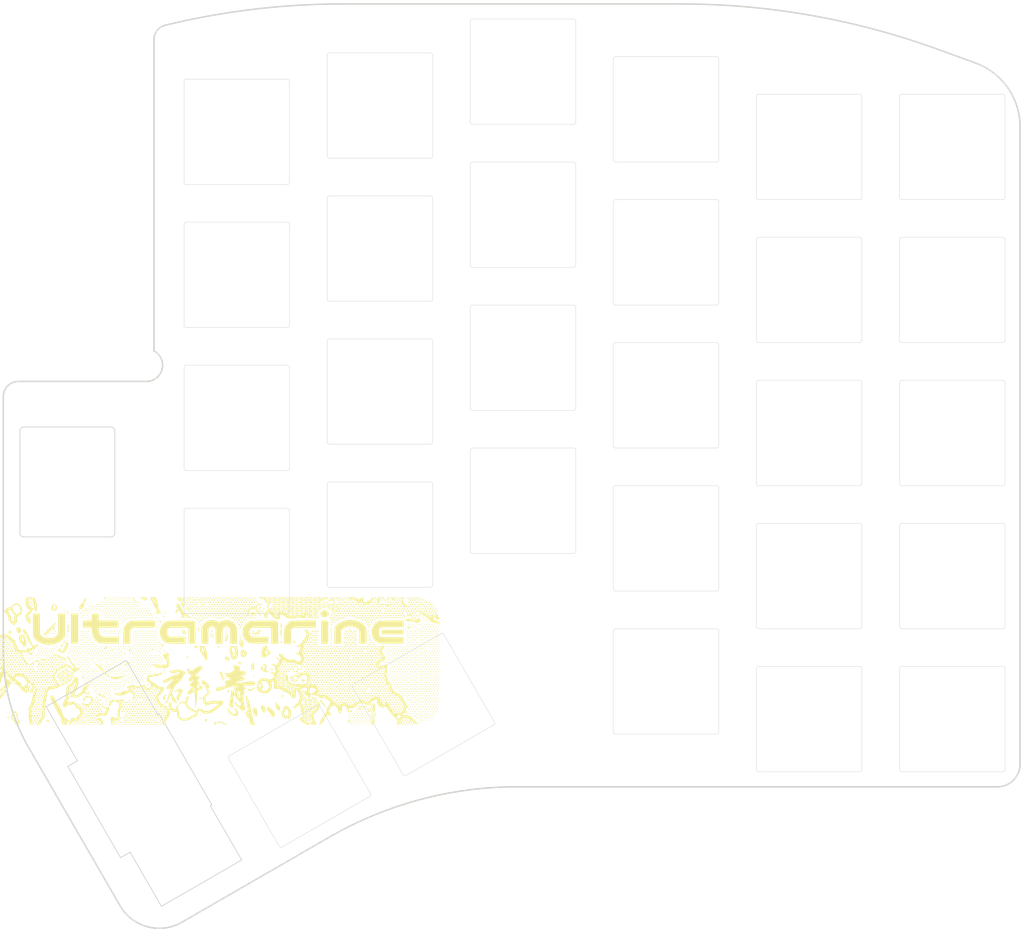
<source format=kicad_pcb>
(kicad_pcb (version 20221018) (generator pcbnew)
  (layers (0 "F.Cu" signal) (31 "B.Cu" signal) (34 "B.Paste" user) (35 "F.Paste" user) (36 "B.SilkS" user "B.Silkscreen") (37 "F.SilkS" user "F.Silkscreen") (38 "B.Mask" user) (39 "F.Mask" user) (44 "Edge.Cuts" user))
  (net 0 "")
  (footprint "Ultramarine-2:MX_TopPlate" (layer "F.Cu") (at 174 52)
    (fp_text reference "REF**" hide)
    (fp_text value "MX_TopPlate" hide)
    (fp_line (start -7 6.7) (end -7 -6.7) (stroke (width 0.05)) (layer "Edge.Cuts"))
    (fp_line (start -6.7 -7) (end 6.7 -7) (stroke (width 0.05)) (layer "Edge.Cuts"))
    (fp_line (start 6.7 7) (end -6.7 7) (stroke (width 0.05)) (layer "Edge.Cuts"))
    (fp_line (start 7 -6.7) (end 7 6.7) (stroke (width 0.05)) (layer "Edge.Cuts"))
    (fp_arc (start -7 -6.7) (mid -6.912132 -6.912132) (end -6.7 -7) (stroke (width 0.05)) (layer "Edge.Cuts"))
    (fp_arc (start -6.7 7) (mid -6.912132 6.912132) (end -7 6.7) (stroke (width 0.05)) (layer "Edge.Cuts"))
    (fp_arc (start 6.7 -7) (mid 6.912132 -6.912132) (end 7 -6.7) (stroke (width 0.05)) (layer "Edge.Cuts"))
    (fp_arc (start 7 6.7) (mid 6.912132 6.912132) (end 6.7 7) (stroke (width 0.05)) (layer "Edge.Cuts"))
  )
  (footprint "Ultramarine-2:MX_TopPlate" (layer "F.Cu") (at 212 57)
    (fp_text reference "REF**" hide)
    (fp_text value "MX_TopPlate" hide)
    (fp_line (start -7 6.7) (end -7 -6.7) (stroke (width 0.05)) (layer "Edge.Cuts"))
    (fp_line (start -6.7 -7) (end 6.7 -7) (stroke (width 0.05)) (layer "Edge.Cuts"))
    (fp_line (start 6.7 7) (end -6.7 7) (stroke (width 0.05)) (layer "Edge.Cuts"))
    (fp_line (start 7 -6.7) (end 7 6.7) (stroke (width 0.05)) (layer "Edge.Cuts"))
    (fp_arc (start -7 -6.7) (mid -6.912132 -6.912132) (end -6.7 -7) (stroke (width 0.05)) (layer "Edge.Cuts"))
    (fp_arc (start -6.7 7) (mid -6.912132 6.912132) (end -7 6.7) (stroke (width 0.05)) (layer "Edge.Cuts"))
    (fp_arc (start 6.7 -7) (mid 6.912132 -6.912132) (end 7 -6.7) (stroke (width 0.05)) (layer "Edge.Cuts"))
    (fp_arc (start 7 6.7) (mid 6.912132 6.912132) (end 6.7 7) (stroke (width 0.05)) (layer "Edge.Cuts"))
  )
  (footprint "Ultramarine-2:MX_TopPlate" (layer "F.Cu") (at 212 114)
    (fp_text reference "REF**" hide)
    (fp_text value "MX_TopPlate" hide)
    (fp_line (start -7 6.7) (end -7 -6.7) (stroke (width 0.05)) (layer "Edge.Cuts"))
    (fp_line (start -6.7 -7) (end 6.7 -7) (stroke (width 0.05)) (layer "Edge.Cuts"))
    (fp_line (start 6.7 7) (end -6.7 7) (stroke (width 0.05)) (layer "Edge.Cuts"))
    (fp_line (start 7 -6.7) (end 7 6.7) (stroke (width 0.05)) (layer "Edge.Cuts"))
    (fp_arc (start -7 -6.7) (mid -6.912132 -6.912132) (end -6.7 -7) (stroke (width 0.05)) (layer "Edge.Cuts"))
    (fp_arc (start -6.7 7) (mid -6.912132 6.912132) (end -7 6.7) (stroke (width 0.05)) (layer "Edge.Cuts"))
    (fp_arc (start 6.7 -7) (mid 6.912132 -6.912132) (end 7 -6.7) (stroke (width 0.05)) (layer "Edge.Cuts"))
    (fp_arc (start 7 6.7) (mid 6.912132 6.912132) (end 6.7 7) (stroke (width 0.05)) (layer "Edge.Cuts"))
  )
  (footprint "Ultramarine-2:MX_TopPlate" (layer "F.Cu") (at 136 70.5)
    (fp_text reference "REF**" hide)
    (fp_text value "MX_TopPlate" hide)
    (fp_line (start -7 6.7) (end -7 -6.7) (stroke (width 0.05)) (layer "Edge.Cuts"))
    (fp_line (start -6.7 -7) (end 6.7 -7) (stroke (width 0.05)) (layer "Edge.Cuts"))
    (fp_line (start 6.7 7) (end -6.7 7) (stroke (width 0.05)) (layer "Edge.Cuts"))
    (fp_line (start 7 -6.7) (end 7 6.7) (stroke (width 0.05)) (layer "Edge.Cuts"))
    (fp_arc (start -7 -6.7) (mid -6.912132 -6.912132) (end -6.7 -7) (stroke (width 0.05)) (layer "Edge.Cuts"))
    (fp_arc (start -6.7 7) (mid -6.912132 6.912132) (end -7 6.7) (stroke (width 0.05)) (layer "Edge.Cuts"))
    (fp_arc (start 6.7 -7) (mid 6.912132 -6.912132) (end 7 -6.7) (stroke (width 0.05)) (layer "Edge.Cuts"))
    (fp_arc (start 7 6.7) (mid 6.912132 6.912132) (end 6.7 7) (stroke (width 0.05)) (layer "Edge.Cuts"))
  )
  (footprint "Ultramarine-2:MX_TopPlate" (layer "F.Cu") (at 212 95)
    (fp_text reference "REF**" hide)
    (fp_text value "MX_TopPlate" hide)
    (fp_line (start -7 6.7) (end -7 -6.7) (stroke (width 0.05)) (layer "Edge.Cuts"))
    (fp_line (start -6.7 -7) (end 6.7 -7) (stroke (width 0.05)) (layer "Edge.Cuts"))
    (fp_line (start 6.7 7) (end -6.7 7) (stroke (width 0.05)) (layer "Edge.Cuts"))
    (fp_line (start 7 -6.7) (end 7 6.7) (stroke (width 0.05)) (layer "Edge.Cuts"))
    (fp_arc (start -7 -6.7) (mid -6.912132 -6.912132) (end -6.7 -7) (stroke (width 0.05)) (layer "Edge.Cuts"))
    (fp_arc (start -6.7 7) (mid -6.912132 6.912132) (end -7 6.7) (stroke (width 0.05)) (layer "Edge.Cuts"))
    (fp_arc (start 6.7 -7) (mid 6.912132 -6.912132) (end 7 -6.7) (stroke (width 0.05)) (layer "Edge.Cuts"))
    (fp_arc (start 7 6.7) (mid 6.912132 6.912132) (end 6.7 7) (stroke (width 0.05)) (layer "Edge.Cuts"))
  )
  (footprint "Ultramarine-2:MX_TopPlate" (layer "F.Cu") (at 193 133)
    (fp_text reference "REF**" hide)
    (fp_text value "MX_TopPlate" hide)
    (fp_line (start -7 6.7) (end -7 -6.7) (stroke (width 0.05)) (layer "Edge.Cuts"))
    (fp_line (start -6.7 -7) (end 6.7 -7) (stroke (width 0.05)) (layer "Edge.Cuts"))
    (fp_line (start 6.7 7) (end -6.7 7) (stroke (width 0.05)) (layer "Edge.Cuts"))
    (fp_line (start 7 -6.7) (end 7 6.7) (stroke (width 0.05)) (layer "Edge.Cuts"))
    (fp_arc (start -7 -6.7) (mid -6.912132 -6.912132) (end -6.7 -7) (stroke (width 0.05)) (layer "Edge.Cuts"))
    (fp_arc (start -6.7 7) (mid -6.912132 6.912132) (end -7 6.7) (stroke (width 0.05)) (layer "Edge.Cuts"))
    (fp_arc (start 6.7 -7) (mid 6.912132 -6.912132) (end 7 -6.7) (stroke (width 0.05)) (layer "Edge.Cuts"))
    (fp_arc (start 7 6.7) (mid 6.912132 6.912132) (end 6.7 7) (stroke (width 0.05)) (layer "Edge.Cuts"))
  )
  (footprint "MountingHole:MountingHole_2.2mm_M2" (layer "F.Cu") (at 126.5 100.25)
    (fp_text reference "REF**" hide)
    (fp_text value "MountingHole_2.2mm_M2" hide)
    (pad "" np_thru_hole circle (at 0 0) (size 2.2 2.2) (drill 2.2) (layers "F&B.Cu" "*.Mask"))
  )
  (footprint "Ultramarine-2:MX_TopPlate" (layer "F.Cu") (at 212 76)
    (fp_text reference "REF**" hide)
    (fp_text value "MX_TopPlate" hide)
    (fp_line (start -7 6.7) (end -7 -6.7) (stroke (width 0.05)) (layer "Edge.Cuts"))
    (fp_line (start -6.7 -7) (end 6.7 -7) (stroke (width 0.05)) (layer "Edge.Cuts"))
    (fp_line (start 6.7 7) (end -6.7 7) (stroke (width 0.05)) (layer "Edge.Cuts"))
    (fp_line (start 7 -6.7) (end 7 6.7) (stroke (width 0.05)) (layer "Edge.Cuts"))
    (fp_arc (start -7 -6.7) (mid -6.912132 -6.912132) (end -6.7 -7) (stroke (width 0.05)) (layer "Edge.Cuts"))
    (fp_arc (start -6.7 7) (mid -6.912132 6.912132) (end -7 6.7) (stroke (width 0.05)) (layer "Edge.Cuts"))
    (fp_arc (start 6.7 -7) (mid 6.912132 -6.912132) (end 7 -6.7) (stroke (width 0.05)) (layer "Edge.Cuts"))
    (fp_arc (start 7 6.7) (mid 6.912132 6.912132) (end 6.7 7) (stroke (width 0.05)) (layer "Edge.Cuts"))
  )
  (footprint "MountingHole:MountingHole_2.2mm_M2" (layer "F.Cu") (at 126.5 62)
    (fp_text reference "REF**" hide)
    (fp_text value "MountingHole_2.2mm_M2" hide)
    (pad "" np_thru_hole circle (at 0 0) (size 2.2 2.2) (drill 2.2) (layers "F&B.Cu" "*.Mask"))
  )
  (footprint "Ultramarine-2:MX_TopPlate" (layer "F.Cu") (at 136 108.5)
    (fp_text reference "REF**" hide)
    (fp_text value "MX_TopPlate" hide)
    (fp_line (start -7 6.7) (end -7 -6.7) (stroke (width 0.05)) (layer "Edge.Cuts"))
    (fp_line (start -6.7 -7) (end 6.7 -7) (stroke (width 0.05)) (layer "Edge.Cuts"))
    (fp_line (start 6.7 7) (end -6.7 7) (stroke (width 0.05)) (layer "Edge.Cuts"))
    (fp_line (start 7 -6.7) (end 7 6.7) (stroke (width 0.05)) (layer "Edge.Cuts"))
    (fp_arc (start -7 -6.7) (mid -6.912132 -6.912132) (end -6.7 -7) (stroke (width 0.05)) (layer "Edge.Cuts"))
    (fp_arc (start -6.7 7) (mid -6.912132 6.912132) (end -7 6.7) (stroke (width 0.05)) (layer "Edge.Cuts"))
    (fp_arc (start 6.7 -7) (mid 6.912132 -6.912132) (end 7 -6.7) (stroke (width 0.05)) (layer "Edge.Cuts"))
    (fp_arc (start 7 6.7) (mid 6.912132 6.912132) (end 6.7 7) (stroke (width 0.05)) (layer "Edge.Cuts"))
  )
  (footprint "Ultramarine-2:MX_TopPlate" (layer "F.Cu") (at 193 114)
    (fp_text reference "REF**" hide)
    (fp_text value "MX_TopPlate" hide)
    (fp_line (start -7 6.7) (end -7 -6.7) (stroke (width 0.05)) (layer "Edge.Cuts"))
    (fp_line (start -6.7 -7) (end 6.7 -7) (stroke (width 0.05)) (layer "Edge.Cuts"))
    (fp_line (start 6.7 7) (end -6.7 7) (stroke (width 0.05)) (layer "Edge.Cuts"))
    (fp_line (start 7 -6.7) (end 7 6.7) (stroke (width 0.05)) (layer "Edge.Cuts"))
    (fp_arc (start -7 -6.7) (mid -6.912132 -6.912132) (end -6.7 -7) (stroke (width 0.05)) (layer "Edge.Cuts"))
    (fp_arc (start -6.7 7) (mid -6.912132 6.912132) (end -7 6.7) (stroke (width 0.05)) (layer "Edge.Cuts"))
    (fp_arc (start 6.7 -7) (mid 6.912132 -6.912132) (end 7 -6.7) (stroke (width 0.05)) (layer "Edge.Cuts"))
    (fp_arc (start 7 6.7) (mid 6.912132 6.912132) (end 6.7 7) (stroke (width 0.05)) (layer "Edge.Cuts"))
  )
  (footprint "Ultramarine-2:MX_TopPlate" (layer "F.Cu") (at 174 109)
    (fp_text reference "REF**" hide)
    (fp_text value "MX_TopPlate" hide)
    (fp_line (start -7 6.7) (end -7 -6.7) (stroke (width 0.05)) (layer "Edge.Cuts"))
    (fp_line (start -6.7 -7) (end 6.7 -7) (stroke (width 0.05)) (layer "Edge.Cuts"))
    (fp_line (start 6.7 7) (end -6.7 7) (stroke (width 0.05)) (layer "Edge.Cuts"))
    (fp_line (start 7 -6.7) (end 7 6.7) (stroke (width 0.05)) (layer "Edge.Cuts"))
    (fp_arc (start -7 -6.7) (mid -6.912132 -6.912132) (end -6.7 -7) (stroke (width 0.05)) (layer "Edge.Cuts"))
    (fp_arc (start -6.7 7) (mid -6.912132 6.912132) (end -7 6.7) (stroke (width 0.05)) (layer "Edge.Cuts"))
    (fp_arc (start 6.7 -7) (mid 6.912132 -6.912132) (end 7 -6.7) (stroke (width 0.05)) (layer "Edge.Cuts"))
    (fp_arc (start 7 6.7) (mid 6.912132 6.912132) (end 6.7 7) (stroke (width 0.05)) (layer "Edge.Cuts"))
  )
  (footprint "Ultramarine-2:MX_TopPlate" (layer "F.Cu") (at 141.786 131.081 30)
    (fp_text reference "REF**" hide)
    (fp_text value "MX_TopPlate" hide)
    (fp_line (start -7 6.7) (end -7 -6.7) (stroke (width 0.05)) (layer "Edge.Cuts"))
    (fp_line (start -6.7 -7) (end 6.7 -7) (stroke (width 0.05)) (layer "Edge.Cuts"))
    (fp_line (start 6.7 7) (end -6.7 7) (stroke (width 0.05)) (layer "Edge.Cuts"))
    (fp_line (start 7 -6.7) (end 7 6.7) (stroke (width 0.05)) (layer "Edge.Cuts"))
    (fp_arc (start -7 -6.7) (mid -6.912132 -6.912132) (end -6.7 -7) (stroke (width 0.05)) (layer "Edge.Cuts"))
    (fp_arc (start -6.7 7) (mid -6.912132 6.912132) (end -7 6.7) (stroke (width 0.05)) (layer "Edge.Cuts"))
    (fp_arc (start 6.7 -7) (mid 6.912132 -6.912132) (end 7 -6.7) (stroke (width 0.05)) (layer "Edge.Cuts"))
    (fp_arc (start 7 6.7) (mid 6.912132 6.912132) (end 6.7 7) (stroke (width 0.05)) (layer "Edge.Cuts"))
  )
  (footprint "Ultramarine-2:MX_TopPlate" (layer "F.Cu") (at 155 104)
    (fp_text reference "REF**" hide)
    (fp_text value "MX_TopPlate" hide)
    (fp_line (start -7 6.7) (end -7 -6.7) (stroke (width 0.05)) (layer "Edge.Cuts"))
    (fp_line (start -6.7 -7) (end 6.7 -7) (stroke (width 0.05)) (layer "Edge.Cuts"))
    (fp_line (start 6.7 7) (end -6.7 7) (stroke (width 0.05)) (layer "Edge.Cuts"))
    (fp_line (start 7 -6.7) (end 7 6.7) (stroke (width 0.05)) (layer "Edge.Cuts"))
    (fp_arc (start -7 -6.7) (mid -6.912132 -6.912132) (end -6.7 -7) (stroke (width 0.05)) (layer "Edge.Cuts"))
    (fp_arc (start -6.7 7) (mid -6.912132 6.912132) (end -7 6.7) (stroke (width 0.05)) (layer "Edge.Cuts"))
    (fp_arc (start 6.7 -7) (mid 6.912132 -6.912132) (end 7 -6.7) (stroke (width 0.05)) (layer "Edge.Cuts"))
    (fp_arc (start 7 6.7) (mid 6.912132 6.912132) (end 6.7 7) (stroke (width 0.05)) (layer "Edge.Cuts"))
  )
  (footprint "MountingHole:MountingHole_2.2mm_M2" (layer "F.Cu") (at 164.5 95.5)
    (fp_text reference "REF**" hide)
    (fp_text value "MountingHole_2.2mm_M2" hide)
    (pad "" np_thru_hole circle (at 0 0) (size 2.2 2.2) (drill 2.2) (layers "F&B.Cu" "*.Mask"))
  )
  (footprint "MountingHole:MountingHole_2.2mm_M2" (layer "F.Cu") (at 202.5 66.5)
    (fp_text reference "REF**" hide)
    (fp_text value "MountingHole_2.2mm_M2" hide)
    (pad "" np_thru_hole circle (at 0 0) (size 2.2 2.2) (drill 2.2) (layers "F&B.Cu" "*.Mask"))
  )
  (footprint "Ultramarine-2:MX_TopPlate" (layer "F.Cu") (at 117 112)
    (fp_text reference "REF**" hide)
    (fp_text value "MX_TopPlate" hide)
    (fp_line (start -7 6.7) (end -7 -6.7) (stroke (width 0.05)) (layer "Edge.Cuts"))
    (fp_line (start -6.7 -7) (end 6.7 -7) (stroke (width 0.05)) (layer "Edge.Cuts"))
    (fp_line (start 6.7 7) (end -6.7 7) (stroke (width 0.05)) (layer "Edge.Cuts"))
    (fp_line (start 7 -6.7) (end 7 6.7) (stroke (width 0.05)) (layer "Edge.Cuts"))
    (fp_arc (start -7 -6.7) (mid -6.912132 -6.912132) (end -6.7 -7) (stroke (width 0.05)) (layer "Edge.Cuts"))
    (fp_arc (start -6.7 7) (mid -6.912132 6.912132) (end -7 6.7) (stroke (width 0.05)) (layer "Edge.Cuts"))
    (fp_arc (start 6.7 -7) (mid 6.912132 -6.912132) (end 7 -6.7) (stroke (width 0.05)) (layer "Edge.Cuts"))
    (fp_arc (start 7 6.7) (mid 6.912132 6.912132) (end 6.7 7) (stroke (width 0.05)) (layer "Edge.Cuts"))
  )
  (footprint "Ultramarine-2:MX_TopPlate" (layer "F.Cu") (at 125.331 140.581 30)
    (fp_text reference "REF**" hide)
    (fp_text value "MX_TopPlate" hide)
    (fp_line (start -7 6.7) (end -7 -6.7) (stroke (width 0.05)) (layer "Edge.Cuts"))
    (fp_line (start -6.7 -7) (end 6.7 -7) (stroke (width 0.05)) (layer "Edge.Cuts"))
    (fp_line (start 6.7 7) (end -6.7 7) (stroke (width 0.05)) (layer "Edge.Cuts"))
    (fp_line (start 7 -6.7) (end 7 6.7) (stroke (width 0.05)) (layer "Edge.Cuts"))
    (fp_arc (start -7 -6.7) (mid -6.912132 -6.912132) (end -6.7 -7) (stroke (width 0.05)) (layer "Edge.Cuts"))
    (fp_arc (start -6.7 7) (mid -6.912132 6.912132) (end -7 6.7) (stroke (width 0.05)) (layer "Edge.Cuts"))
    (fp_arc (start 6.7 -7) (mid 6.912132 -6.912132) (end 7 -6.7) (stroke (width 0.05)) (layer "Edge.Cuts"))
    (fp_arc (start 7 6.7) (mid 6.912132 6.912132) (end 6.7 7) (stroke (width 0.05)) (layer "Edge.Cuts"))
  )
  (footprint "MountingHole:MountingHole_2.2mm_M2" (layer "F.Cu") (at 114 126)
    (fp_text reference "REF**" hide)
    (fp_text value "MountingHole_2.2mm_M2" hide)
    (pad "" np_thru_hole circle (at 0 0) (size 2.2 2.2) (drill 2.2) (layers "*.Cu" "*.Mask"))
  )
  (footprint "Ultramarine-2:MX TopPlate_2u" (layer "F.Cu") (at 104.127 141.854 120)
    (fp_text reference "REF**" hide)
    (fp_text value "MX TopPlate_2u" hide)
    (fp_line (start -15.313 -5.53) (end -15.313 6.77) (stroke (width 0.1)) (layer "Edge.Cuts"))
    (fp_line (start -15.313 6.77) (end -7 6.77) (stroke (width 0.1)) (layer "Edge.Cuts"))
    (fp_line (start -7 -7) (end -7 -5.53) (stroke (width 0.1)) (layer "Edge.Cuts"))
    (fp_line (start -7 -7) (end 7 -7) (stroke (width 0.1)) (layer "Edge.Cuts"))
    (fp_line (start -7 -5.53) (end -15.313 -5.53) (stroke (width 0.1)) (layer "Edge.Cuts"))
    (fp_line (start -7 7) (end -7 6.77) (stroke (width 0.1)) (layer "Edge.Cuts"))
    (fp_line (start 7 -5.53) (end 7 -7.005) (stroke (width 0.1)) (layer "Edge.Cuts"))
    (fp_line (start 7 6.775) (end 7 7) (stroke (width 0.1)) (layer "Edge.Cuts"))
    (fp_line (start 7 6.775) (end 15.313 6.77) (stroke (width 0.1)) (layer "Edge.Cuts"))
    (fp_line (start 7 7) (end -7 7) (stroke (width 0.1)) (layer "Edge.Cuts"))
    (fp_line (start 15.313 -5.53) (end 7 -5.53) (stroke (width 0.1)) (layer "Edge.Cuts"))
    (fp_line (start 15.313 6.77) (end 15.313 -5.53) (stroke (width 0.1)) (layer "Edge.Cuts"))
  )
  (footprint "Ultramarine-2:MX_TopPlate" (layer "F.Cu") (at 174 128)
    (fp_text reference "REF**" hide)
    (fp_text value "MX_TopPlate" hide)
    (fp_line (start -7 6.7) (end -7 -6.7) (stroke (width 0.05)) (layer "Edge.Cuts"))
    (fp_line (start -6.7 -7) (end 6.7 -7) (stroke (width 0.05)) (layer "Edge.Cuts"))
    (fp_line (start 6.7 7) (end -6.7 7) (stroke (width 0.05)) (layer "Edge.Cuts"))
    (fp_line (start 7 -6.7) (end 7 6.7) (stroke (width 0.05)) (layer "Edge.Cuts"))
    (fp_arc (start -7 -6.7) (mid -6.912132 -6.912132) (end -6.7 -7) (stroke (width 0.05)) (layer "Edge.Cuts"))
    (fp_arc (start -6.7 7) (mid -6.912132 6.912132) (end -7 6.7) (stroke (width 0.05)) (layer "Edge.Cuts"))
    (fp_arc (start 6.7 -7) (mid 6.912132 -6.912132) (end 7 -6.7) (stroke (width 0.05)) (layer "Edge.Cuts"))
    (fp_arc (start 7 6.7) (mid 6.912132 6.912132) (end 6.7 7) (stroke (width 0.05)) (layer "Edge.Cuts"))
  )
  (footprint "Ultramarine-2:MX_TopPlate" (layer "F.Cu") (at 117 93)
    (fp_text reference "REF**" hide)
    (fp_text value "MX_TopPlate" hide)
    (fp_line (start -7 6.7) (end -7 -6.7) (stroke (width 0.05)) (layer "Edge.Cuts"))
    (fp_line (start -6.7 -7) (end 6.7 -7) (stroke (width 0.05)) (layer "Edge.Cuts"))
    (fp_line (start 6.7 7) (end -6.7 7) (stroke (width 0.05)) (layer "Edge.Cuts"))
    (fp_line (start 7 -6.7) (end 7 6.7) (stroke (width 0.05)) (layer "Edge.Cuts"))
    (fp_arc (start -7 -6.7) (mid -6.912132 -6.912132) (end -6.7 -7) (stroke (width 0.05)) (layer "Edge.Cuts"))
    (fp_arc (start -6.7 7) (mid -6.912132 6.912132) (end -7 6.7) (stroke (width 0.05)) (layer "Edge.Cuts"))
    (fp_arc (start 6.7 -7) (mid 6.912132 -6.912132) (end 7 -6.7) (stroke (width 0.05)) (layer "Edge.Cuts"))
    (fp_arc (start 7 6.7) (mid 6.912132 6.912132) (end 6.7 7) (stroke (width 0.05)) (layer "Edge.Cuts"))
  )
  (footprint "Ultramarine-2:MX_TopPlate" (layer "F.Cu") (at 174 90)
    (fp_text reference "REF**" hide)
    (fp_text value "MX_TopPlate" hide)
    (fp_line (start -7 6.7) (end -7 -6.7) (stroke (width 0.05)) (layer "Edge.Cuts"))
    (fp_line (start -6.7 -7) (end 6.7 -7) (stroke (width 0.05)) (layer "Edge.Cuts"))
    (fp_line (start 6.7 7) (end -6.7 7) (stroke (width 0.05)) (layer "Edge.Cuts"))
    (fp_line (start 7 -6.7) (end 7 6.7) (stroke (width 0.05)) (layer "Edge.Cuts"))
    (fp_arc (start -7 -6.7) (mid -6.912132 -6.912132) (end -6.7 -7) (stroke (width 0.05)) (layer "Edge.Cuts"))
    (fp_arc (start -6.7 7) (mid -6.912132 6.912132) (end -7 6.7) (stroke (width 0.05)) (layer "Edge.Cuts"))
    (fp_arc (start 6.7 -7) (mid 6.912132 -6.912132) (end 7 -6.7) (stroke (width 0.05)) (layer "Edge.Cuts"))
    (fp_arc (start 7 6.7) (mid 6.912132 6.912132) (end 6.7 7) (stroke (width 0.05)) (layer "Edge.Cuts"))
  )
  (footprint "Ultramarine-2:Ultramarine-2_logo" (layer "F.Cu") (at 114.75 125.3)
    (fp_text reference "G***" hide)
    (fp_text value "LOGO" hide)
  )
  (footprint "Ultramarine-2:MX_TopPlate" (layer "F.Cu") (at 174 71)
    (fp_text reference "REF**" hide)
    (fp_text value "MX_TopPlate" hide)
    (fp_line (start -7 6.7) (end -7 -6.7) (stroke (width 0.05)) (layer "Edge.Cuts"))
    (fp_line (start -6.7 -7) (end 6.7 -7) (stroke (width 0.05)) (layer "Edge.Cuts"))
    (fp_line (start 6.7 7) (end -6.7 7) (stroke (width 0.05)) (layer "Edge.Cuts"))
    (fp_line (start 7 -6.7) (end 7 6.7) (stroke (width 0.05)) (layer "Edge.Cuts"))
    (fp_arc (start -7 -6.7) (mid -6.912132 -6.912132) (end -6.7 -7) (stroke (width 0.05)) (layer "Edge.Cuts"))
    (fp_arc (start -6.7 7) (mid -6.912132 6.912132) (end -7 6.7) (stroke (width 0.05)) (layer "Edge.Cuts"))
    (fp_arc (start 6.7 -7) (mid 6.912132 -6.912132) (end 7 -6.7) (stroke (width 0.05)) (layer "Edge.Cuts"))
    (fp_arc (start 7 6.7) (mid 6.912132 6.912132) (end 6.7 7) (stroke (width 0.05)) (layer "Edge.Cuts"))
  )
  (footprint "Ultramarine-2:MX_TopPlate" (layer "F.Cu") (at 136 51.5)
    (fp_text reference "REF**" hide)
    (fp_text value "MX_TopPlate" hide)
    (fp_line (start -7 6.7) (end -7 -6.7) (stroke (width 0.05)) (layer "Edge.Cuts"))
    (fp_line (start -6.7 -7) (end 6.7 -7) (stroke (width 0.05)) (layer "Edge.Cuts"))
    (fp_line (start 6.7 7) (end -6.7 7) (stroke (width 0.05)) (layer "Edge.Cuts"))
    (fp_line (start 7 -6.7) (end 7 6.7) (stroke (width 0.05)) (layer "Edge.Cuts"))
    (fp_arc (start -7 -6.7) (mid -6.912132 -6.912132) (end -6.7 -7) (stroke (width 0.05)) (layer "Edge.Cuts"))
    (fp_arc (start -6.7 7) (mid -6.912132 6.912132) (end -7 6.7) (stroke (width 0.05)) (layer "Edge.Cuts"))
    (fp_arc (start 6.7 -7) (mid 6.912132 -6.912132) (end 7 -6.7) (stroke (width 0.05)) (layer "Edge.Cuts"))
    (fp_arc (start 7 6.7) (mid 6.912132 6.912132) (end 6.7 7) (stroke (width 0.05)) (layer "Edge.Cuts"))
  )
  (footprint "Ultramarine-2:MX_TopPlate" (layer "F.Cu") (at 136 89.5)
    (fp_text reference "REF**" hide)
    (fp_text value "MX_TopPlate" hide)
    (fp_line (start -7 6.7) (end -7 -6.7) (stroke (width 0.05)) (layer "Edge.Cuts"))
    (fp_line (start -6.7 -7) (end 6.7 -7) (stroke (width 0.05)) (layer "Edge.Cuts"))
    (fp_line (start 6.7 7) (end -6.7 7) (stroke (width 0.05)) (layer "Edge.Cuts"))
    (fp_line (start 7 -6.7) (end 7 6.7) (stroke (width 0.05)) (layer "Edge.Cuts"))
    (fp_arc (start -7 -6.7) (mid -6.912132 -6.912132) (end -6.7 -7) (stroke (width 0.05)) (layer "Edge.Cuts"))
    (fp_arc (start -6.7 7) (mid -6.912132 6.912132) (end -7 6.7) (stroke (width 0.05)) (layer "Edge.Cuts"))
    (fp_arc (start 6.7 -7) (mid 6.912132 -6.912132) (end 7 -6.7) (stroke (width 0.05)) (layer "Edge.Cuts"))
    (fp_arc (start 7 6.7) (mid 6.912132 6.912132) (end 6.7 7) (stroke (width 0.05)) (layer "Edge.Cuts"))
  )
  (footprint "Ultramarine-2:MX_TopPlate" (layer "F.Cu") (at 212 133)
    (fp_text reference "REF**" hide)
    (fp_text value "MX_TopPlate" hide)
    (fp_line (start -7 6.7) (end -7 -6.7) (stroke (width 0.05)) (layer "Edge.Cuts"))
    (fp_line (start -6.7 -7) (end 6.7 -7) (stroke (width 0.05)) (layer "Edge.Cuts"))
    (fp_line (start 6.7 7) (end -6.7 7) (stroke (width 0.05)) (layer "Edge.Cuts"))
    (fp_line (start 7 -6.7) (end 7 6.7) (stroke (width 0.05)) (layer "Edge.Cuts"))
    (fp_arc (start -7 -6.7) (mid -6.912132 -6.912132) (end -6.7 -7) (stroke (width 0.05)) (layer "Edge.Cuts"))
    (fp_arc (start -6.7 7) (mid -6.912132 6.912132) (end -7 6.7) (stroke (width 0.05)) (layer "Edge.Cuts"))
    (fp_arc (start 6.7 -7) (mid 6.912132 -6.912132) (end 7 -6.7) (stroke (width 0.05)) (layer "Edge.Cuts"))
    (fp_arc (start 7 6.7) (mid 6.912132 6.912132) (end 6.7 7) (stroke (width 0.05)) (layer "Edge.Cuts"))
  )
  (footprint "MountingHole:MountingHole_2.2mm_M2" (layer "F.Cu") (at 202.5 123.5)
    (fp_text reference "REF**" hide)
    (fp_text value "MountingHole_2.2mm_M2" hide)
    (pad "" np_thru_hole circle (at 0 0) (size 2.2 2.2) (drill 2.2) (layers "F&B.Cu" "*.Mask"))
  )
  (footprint "Ultramarine-2:MX_TopPlate" (layer "B.Cu") (at 193 57 180)
    (fp_text reference "REF**" hide)
    (fp_text value "MX_TopPlate" hide)
    (fp_line (start -7 -6.7) (end -7 6.7) (stroke (width 0.05)) (layer "Edge.Cuts"))
    (fp_line (start -6.7 7) (end 6.7 7) (stroke (width 0.05)) (layer "Edge.Cuts"))
    (fp_line (start 6.7 -7) (end -6.7 -7) (stroke (width 0.05)) (layer "Edge.Cuts"))
    (fp_line (start 7 6.7) (end 7 -6.7) (stroke (width 0.05)) (layer "Edge.Cuts"))
    (fp_arc (start -7 -6.7) (mid -6.912132 -6.912132) (end -6.7 -7) (stroke (width 0.05)) (layer "Edge.Cuts"))
    (fp_arc (start -6.7 7) (mid -6.912132 6.912132) (end -7 6.7) (stroke (width 0.05)) (layer "Edge.Cuts"))
    (fp_arc (start 6.7 -7) (mid 6.912132 -6.912132) (end 7 -6.7) (stroke (width 0.05)) (layer "Edge.Cuts"))
    (fp_arc (start 7 6.7) (mid 6.912132 6.912132) (end 6.7 7) (stroke (width 0.05)) (layer "Edge.Cuts"))
  )
  (footprint "Ultramarine-2:MX_TopPlate" (layer "B.Cu") (at 193 95 180)
    (fp_text reference "REF**" hide)
    (fp_text value "MX_TopPlate" hide)
    (fp_line (start -7 -6.7) (end -7 6.7) (stroke (width 0.05)) (layer "Edge.Cuts"))
    (fp_line (start -6.7 7) (end 6.7 7) (stroke (width 0.05)) (layer "Edge.Cuts"))
    (fp_line (start 6.7 -7) (end -6.7 -7) (stroke (width 0.05)) (layer "Edge.Cuts"))
    (fp_line (start 7 6.7) (end 7 -6.7) (stroke (width 0.05)) (layer "Edge.Cuts"))
    (fp_arc (start -7 -6.7) (mid -6.912132 -6.912132) (end -6.7 -7) (stroke (width 0.05)) (layer "Edge.Cuts"))
    (fp_arc (start -6.7 7) (mid -6.912132 6.912132) (end -7 6.7) (stroke (width 0.05)) (layer "Edge.Cuts"))
    (fp_arc (start 6.7 -7) (mid 6.912132 -6.912132) (end 7 -6.7) (stroke (width 0.05)) (layer "Edge.Cuts"))
    (fp_arc (start 7 6.7) (mid 6.912132 6.912132) (end 6.7 7) (stroke (width 0.05)) (layer "Edge.Cuts"))
  )
  (footprint "Ultramarine-2:MX_TopPlate" (layer "B.Cu") (at 117 55 180)
    (fp_text reference "REF**" hide)
    (fp_text value "MX_TopPlate" hide)
    (fp_line (start -7 -6.7) (end -7 6.7) (stroke (width 0.05)) (layer "Edge.Cuts"))
    (fp_line (start -6.7 7) (end 6.7 7) (stroke (width 0.05)) (layer "Edge.Cuts"))
    (fp_line (start 6.7 -7) (end -6.7 -7) (stroke (width 0.05)) (layer "Edge.Cuts"))
    (fp_line (start 7 6.7) (end 7 -6.7) (stroke (width 0.05)) (layer "Edge.Cuts"))
    (fp_arc (start -7 -6.7) (mid -6.912132 -6.912132) (end -6.7 -7) (stroke (width 0.05)) (layer "Edge.Cuts"))
    (fp_arc (start -6.7 7) (mid -6.912132 6.912132) (end -7 6.7) (stroke (width 0.05)) (layer "Edge.Cuts"))
    (fp_arc (start 6.7 -7) (mid 6.912132 -6.912132) (end 7 -6.7) (stroke (width 0.05)) (layer "Edge.Cuts"))
    (fp_arc (start 7 6.7) (mid 6.912132 6.912132) (end 6.7 7) (stroke (width 0.05)) (layer "Edge.Cuts"))
  )
  (footprint "Ultramarine-2:MX_TopPlate" (layer "B.Cu") (at 155 47 180)
    (fp_text reference "REF**" hide)
    (fp_text value "MX_TopPlate" hide)
    (fp_line (start -7 -6.7) (end -7 6.7) (stroke (width 0.05)) (layer "Edge.Cuts"))
    (fp_line (start -6.7 7) (end 6.7 7) (stroke (width 0.05)) (layer "Edge.Cuts"))
    (fp_line (start 6.7 -7) (end -6.7 -7) (stroke (width 0.05)) (layer "Edge.Cuts"))
    (fp_line (start 7 6.7) (end 7 -6.7) (stroke (width 0.05)) (layer "Edge.Cuts"))
    (fp_arc (start -7 -6.7) (mid -6.912132 -6.912132) (end -6.7 -7) (stroke (width 0.05)) (layer "Edge.Cuts"))
    (fp_arc (start -6.7 7) (mid -6.912132 6.912132) (end -7 6.7) (stroke (width 0.05)) (layer "Edge.Cuts"))
    (fp_arc (start 6.7 -7) (mid 6.912132 -6.912132) (end 7 -6.7) (stroke (width 0.05)) (layer "Edge.Cuts"))
    (fp_arc (start 7 6.7) (mid 6.912132 6.912132) (end 6.7 7) (stroke (width 0.05)) (layer "Edge.Cuts"))
  )
  (footprint "Ultramarine-2:MX_TopPlate" (layer "B.Cu") (at 193 76 180)
    (fp_text reference "REF**" hide)
    (fp_text value "MX_TopPlate" hide)
    (fp_line (start -7 -6.7) (end -7 6.7) (stroke (width 0.05)) (layer "Edge.Cuts"))
    (fp_line (start -6.7 7) (end 6.7 7) (stroke (width 0.05)) (layer "Edge.Cuts"))
    (fp_line (start 6.7 -7) (end -6.7 -7) (stroke (width 0.05)) (layer "Edge.Cuts"))
    (fp_line (start 7 6.7) (end 7 -6.7) (stroke (width 0.05)) (layer "Edge.Cuts"))
    (fp_arc (start -7 -6.7) (mid -6.912132 -6.912132) (end -6.7 -7) (stroke (width 0.05)) (layer "Edge.Cuts"))
    (fp_arc (start -6.7 7) (mid -6.912132 6.912132) (end -7 6.7) (stroke (width 0.05)) (layer "Edge.Cuts"))
    (fp_arc (start 6.7 -7) (mid 6.912132 -6.912132) (end 7 -6.7) (stroke (width 0.05)) (layer "Edge.Cuts"))
    (fp_arc (start 7 6.7) (mid 6.912132 6.912132) (end 6.7 7) (stroke (width 0.05)) (layer "Edge.Cuts"))
  )
  (footprint "Ultramarine-2:MX_TopPlate" (layer "B.Cu") (at 155 85 180)
    (fp_text reference "REF**" hide)
    (fp_text value "MX_TopPlate" hide)
    (fp_line (start -7 -6.7) (end -7 6.7) (stroke (width 0.05)) (layer "Edge.Cuts"))
    (fp_line (start -6.7 7) (end 6.7 7) (stroke (width 0.05)) (layer "Edge.Cuts"))
    (fp_line (start 6.7 -7) (end -6.7 -7) (stroke (width 0.05)) (layer "Edge.Cuts"))
    (fp_line (start 7 6.7) (end 7 -6.7) (stroke (width 0.05)) (layer "Edge.Cuts"))
    (fp_arc (start -7 -6.7) (mid -6.912132 -6.912132) (end -6.7 -7) (stroke (width 0.05)) (layer "Edge.Cuts"))
    (fp_arc (start -6.7 7) (mid -6.912132 6.912132) (end -7 6.7) (stroke (width 0.05)) (layer "Edge.Cuts"))
    (fp_arc (start 6.7 -7) (mid 6.912132 -6.912132) (end 7 -6.7) (stroke (width 0.05)) (layer "Edge.Cuts"))
    (fp_arc (start 7 6.7) (mid 6.912132 6.912132) (end 6.7 7) (stroke (width 0.05)) (layer "Edge.Cuts"))
  )
  (footprint "Ultramarine-2:MX_TopPlate" (layer "B.Cu") (at 155 66 180)
    (fp_text reference "REF**" hide)
    (fp_text value "MX_TopPlate" hide)
    (fp_line (start -7 -6.7) (end -7 6.7) (stroke (width 0.05)) (layer "Edge.Cuts"))
    (fp_line (start -6.7 7) (end 6.7 7) (stroke (width 0.05)) (layer "Edge.Cuts"))
    (fp_line (start 6.7 -7) (end -6.7 -7) (stroke (width 0.05)) (layer "Edge.Cuts"))
    (fp_line (start 7 6.7) (end 7 -6.7) (stroke (width 0.05)) (layer "Edge.Cuts"))
    (fp_arc (start -7 -6.7) (mid -6.912132 -6.912132) (end -6.7 -7) (stroke (width 0.05)) (layer "Edge.Cuts"))
    (fp_arc (start -6.7 7) (mid -6.912132 6.912132) (end -7 6.7) (stroke (width 0.05)) (layer "Edge.Cuts"))
    (fp_arc (start 6.7 -7) (mid 6.912132 -6.912132) (end 7 -6.7) (stroke (width 0.05)) (layer "Edge.Cuts"))
    (fp_arc (start 7 6.7) (mid 6.912132 6.912132) (end 6.7 7) (stroke (width 0.05)) (layer "Edge.Cuts"))
  )
  (footprint "Ultramarine-2:MX_TopPlate" (layer "B.Cu") (at 117 74 180)
    (fp_text reference "REF**" hide)
    (fp_text value "MX_TopPlate" hide)
    (fp_line (start -7 -6.7) (end -7 6.7) (stroke (width 0.05)) (layer "Edge.Cuts"))
    (fp_line (start -6.7 7) (end 6.7 7) (stroke (width 0.05)) (layer "Edge.Cuts"))
    (fp_line (start 6.7 -7) (end -6.7 -7) (stroke (width 0.05)) (layer "Edge.Cuts"))
    (fp_line (start 7 6.7) (end 7 -6.7) (stroke (width 0.05)) (layer "Edge.Cuts"))
    (fp_arc (start -7 -6.7) (mid -6.912132 -6.912132) (end -6.7 -7) (stroke (width 0.05)) (layer "Edge.Cuts"))
    (fp_arc (start -6.7 7) (mid -6.912132 6.912132) (end -7 6.7) (stroke (width 0.05)) (layer "Edge.Cuts"))
    (fp_arc (start 6.7 -7) (mid 6.912132 -6.912132) (end 7 -6.7) (stroke (width 0.05)) (layer "Edge.Cuts"))
    (fp_arc (start 7 6.7) (mid 6.912132 6.912132) (end 6.7 7) (stroke (width 0.05)) (layer "Edge.Cuts"))
  )
  (gr_arc (start 86 90.147091) (mid 86.585786 88.732877) (end 88 88.147091) (stroke (width 0.2)) (layer "Edge.Cuts"))
  (gr_line (start 86 90.147091) (end 86 124.25833) (stroke (width 0.2)) (layer "Edge.Cuts"))
  (gr_line (start 105 88.147091) (end 88 88.147091) (stroke (width 0.2)) (layer "Edge.Cuts"))
  (gr_line (start 100.8 108.3) (end 100.8 94.7) (stroke (width 0.1)) (layer "Edge.Cuts"))
  (gr_arc (start 106 84.100194) (mid 107.084311 86.51513) (end 105 88.147091) (stroke (width 0.2)) (layer "Edge.Cuts"))
  (gr_line (start 215.078181 45.844634) (end 210.094542 44.030738) (stroke (width 0.2)) (layer "Edge.Cuts"))
  (gr_line (start 221 139) (end 221 54.301868) (stroke (width 0.2)) (layer "Edge.Cuts"))
  (gr_arc (start 221 139) (mid 220.12132 141.12132) (end 218 142) (stroke (width 0.2)) (layer "Edge.Cuts"))
  (gr_arc (start 107.528419 40.81961) (mid 119.233951 38.707402) (end 131.107472 38) (stroke (width 0.2)) (layer "Edge.Cuts"))
  (gr_line (start 109.696152 160) (end 129.270527 148.69873) (stroke (width 0.2)) (layer "Edge.Cuts"))
  (gr_line (start 100.3 94.2) (end 88.7 94.2) (stroke (width 0.1)) (layer "Edge.Cuts"))
  (gr_arc (start 129.270527 148.69873) (mid 141.329576 143.703715) (end 154.270527 142) (stroke (width 0.2)) (layer "Edge.Cuts"))
  (gr_arc (start 100.8 108.3) (mid 100.653553 108.653553) (end 100.3 108.8) (stroke (width 0.1)) (layer "Edge.Cuts"))
  (gr_line (start 106 42.763218) (end 106 84.1) (stroke (width 0.2)) (layer "Edge.Cuts"))
  (gr_arc (start 88.2 94.7) (mid 88.346447 94.346447) (end 88.7 94.2) (stroke (width 0.1)) (layer "Edge.Cuts"))
  (gr_line (start 154.270527 142) (end 218 142) (stroke (width 0.2)) (layer "Edge.Cuts"))
  (gr_arc (start 109.696152 160) (mid 105.143237 160.599404) (end 101.5 157.803848) (stroke (width 0.2)) (layer "Edge.Cuts"))
  (gr_line (start 175.892528 38) (end 131.107472 38) (stroke (width 0.2)) (layer "Edge.Cuts"))
  (gr_arc (start 89.349365 136.75833) (mid 86.851847 130.728807) (end 86 124.25833) (stroke (width 0.2)) (layer "Edge.Cuts"))
  (gr_line (start 88.2 94.7) (end 88.2 108.3) (stroke (width 0.1)) (layer "Edge.Cuts"))
  (gr_line (start 88.7 108.8) (end 100.3 108.8) (stroke (width 0.1)) (layer "Edge.Cuts"))
  (gr_arc (start 175.892528 38) (mid 193.257344 39.519229) (end 210.094542 44.030738) (stroke (width 0.2)) (layer "Edge.Cuts"))
  (gr_arc (start 215.078181 45.844634) (mid 219.372381 49.139677) (end 221 54.301868) (stroke (width 0.2)) (layer "Edge.Cuts"))
  (gr_arc (start 100.3 94.2) (mid 100.653553 94.346447) (end 100.8 94.7) (stroke (width 0.1)) (layer "Edge.Cuts"))
  (gr_arc (start 88.7 108.8) (mid 88.346447 108.653553) (end 88.2 108.3) (stroke (width 0.1)) (layer "Edge.Cuts"))
  (gr_line (start 89.349365 136.75833) (end 101.5 157.803848) (stroke (width 0.2)) (layer "Edge.Cuts"))
  (gr_arc (start 106 42.763218) (mid 106.427867 41.526916) (end 107.528419 40.81961) (stroke (width 0.2)) (layer "Edge.Cuts"))
)
</source>
